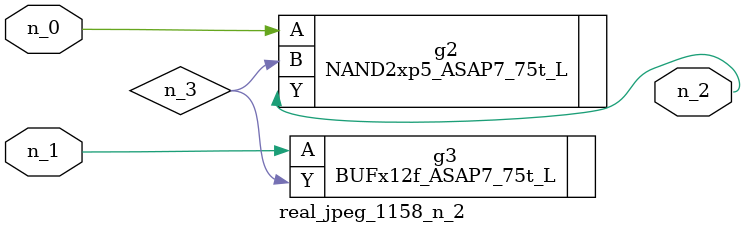
<source format=v>
module real_jpeg_1158_n_2 (n_1, n_0, n_2);

input n_1;
input n_0;

output n_2;

wire n_3;

NAND2xp5_ASAP7_75t_L g2 ( 
.A(n_0),
.B(n_3),
.Y(n_2)
);

BUFx12f_ASAP7_75t_L g3 ( 
.A(n_1),
.Y(n_3)
);


endmodule
</source>
